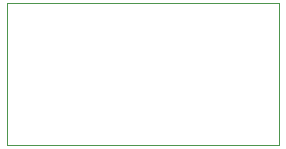
<source format=gbr>
G04 #@! TF.GenerationSoftware,KiCad,Pcbnew,(5.1.5-0-10_14)*
G04 #@! TF.CreationDate,2020-03-10T08:19:59-07:00*
G04 #@! TF.ProjectId,ARBO BT,4152424f-2042-4542-9e6b-696361645f70,rev?*
G04 #@! TF.SameCoordinates,Original*
G04 #@! TF.FileFunction,Profile,NP*
%FSLAX46Y46*%
G04 Gerber Fmt 4.6, Leading zero omitted, Abs format (unit mm)*
G04 Created by KiCad (PCBNEW (5.1.5-0-10_14)) date 2020-03-10 08:19:59*
%MOMM*%
%LPD*%
G04 APERTURE LIST*
%ADD10C,0.050000*%
G04 APERTURE END LIST*
D10*
X145900000Y-83500000D02*
X145900000Y-71500000D01*
X122900000Y-83500000D02*
X145900000Y-83500000D01*
X122900000Y-71500000D02*
X122900000Y-83500000D01*
X145900000Y-71500000D02*
X122900000Y-71500000D01*
M02*

</source>
